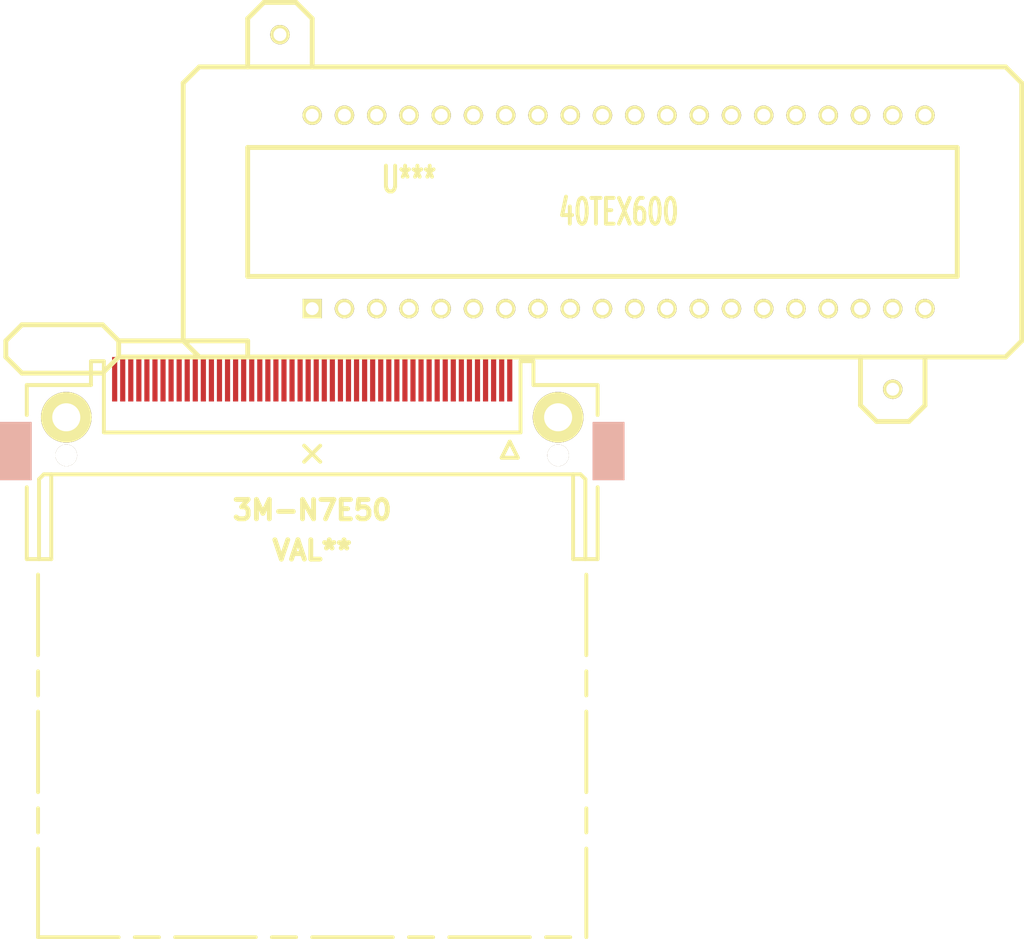
<source format=kicad_pcb>
(kicad_pcb (version 3) (host pcbnew "(2013-may-18)-stable")

  (general
    (links 0)
    (no_connects 0)
    (area 0 0 0 0)
    (thickness 1.6)
    (drawings 0)
    (tracks 0)
    (zones 0)
    (modules 2)
    (nets 1)
  )

  (page A3)
  (layers
    (15 F.Cu signal)
    (0 B.Cu signal)
    (16 B.Adhes user)
    (17 F.Adhes user)
    (18 B.Paste user)
    (19 F.Paste user)
    (20 B.SilkS user)
    (21 F.SilkS user)
    (22 B.Mask user)
    (23 F.Mask user)
    (24 Dwgs.User user)
    (25 Cmts.User user)
    (26 Eco1.User user)
    (27 Eco2.User user)
    (28 Edge.Cuts user)
  )

  (setup
    (last_trace_width 0.254)
    (trace_clearance 0.254)
    (zone_clearance 0.508)
    (zone_45_only no)
    (trace_min 0.254)
    (segment_width 0.2)
    (edge_width 0.1)
    (via_size 0.889)
    (via_drill 0.635)
    (via_min_size 0.889)
    (via_min_drill 0.508)
    (uvia_size 0.508)
    (uvia_drill 0.127)
    (uvias_allowed no)
    (uvia_min_size 0.508)
    (uvia_min_drill 0.127)
    (pcb_text_width 0.3)
    (pcb_text_size 1.5 1.5)
    (mod_edge_width 0.15)
    (mod_text_size 1 1)
    (mod_text_width 0.15)
    (pad_size 1.5 1.5)
    (pad_drill 0.6)
    (pad_to_mask_clearance 0)
    (aux_axis_origin 0 0)
    (visible_elements FFFFFFBF)
    (pcbplotparams
      (layerselection 3178497)
      (usegerberextensions true)
      (excludeedgelayer true)
      (linewidth 0.150000)
      (plotframeref false)
      (viasonmask false)
      (mode 1)
      (useauxorigin false)
      (hpglpennumber 1)
      (hpglpenspeed 20)
      (hpglpendiameter 15)
      (hpglpenoverlay 2)
      (psnegative false)
      (psa4output false)
      (plotreference true)
      (plotvalue true)
      (plotothertext true)
      (plotinvisibletext false)
      (padsonsilk false)
      (subtractmaskfromsilk false)
      (outputformat 1)
      (mirror false)
      (drillshape 1)
      (scaleselection 1)
      (outputdirectory ""))
  )

  (net 0 "")

  (net_class Default "This is the default net class."
    (clearance 0.254)
    (trace_width 0.254)
    (via_dia 0.889)
    (via_drill 0.635)
    (uvia_dia 0.508)
    (uvia_drill 0.127)
    (add_net "")
  )

  (module 3M-N7E50 (layer F.Cu) (tedit 200000) (tstamp 548B0733)
    (at 210.82 109.22)
    (descr "Connecteur PCMCIA + carte")
    (tags CONN)
    (fp_text reference 3M-N7E50 (at 0 4.445) (layer F.SilkS)
      (effects (font (size 1.524 1.524) (thickness 0.381)))
    )
    (fp_text value VAL** (at 0 7.62) (layer F.SilkS)
      (effects (font (size 1.524 1.524) (thickness 0.381)))
    )
    (fp_line (start 21.59 31.115) (end 21.59 38.1) (layer F.SilkS) (width 0.3048))
    (fp_line (start 21.59 27.94) (end 21.59 29.845) (layer F.SilkS) (width 0.3048))
    (fp_line (start 21.59 20.32) (end 21.59 26.67) (layer F.SilkS) (width 0.3048))
    (fp_line (start 21.59 17.145) (end 21.59 19.05) (layer F.SilkS) (width 0.3048))
    (fp_line (start 21.59 9.525) (end 21.59 15.875) (layer F.SilkS) (width 0.3048))
    (fp_line (start 18.415 38.1) (end 20.32 38.1) (layer F.SilkS) (width 0.3048))
    (fp_line (start 10.795 38.1) (end 17.145 38.1) (layer F.SilkS) (width 0.3048))
    (fp_line (start 7.62 38.1) (end 9.525 38.1) (layer F.SilkS) (width 0.3048))
    (fp_line (start 0 38.1) (end 6.35 38.1) (layer F.SilkS) (width 0.3048))
    (fp_line (start -3.175 38.1) (end -1.27 38.1) (layer F.SilkS) (width 0.3048))
    (fp_line (start -10.795 38.1) (end -4.445 38.1) (layer F.SilkS) (width 0.3048))
    (fp_line (start -13.97 38.1) (end -12.065 38.1) (layer F.SilkS) (width 0.3048))
    (fp_line (start -21.59 38.1) (end -15.24 38.1) (layer F.SilkS) (width 0.3048))
    (fp_line (start -21.59 31.115) (end -21.59 38.1) (layer F.SilkS) (width 0.3048))
    (fp_line (start -21.59 27.94) (end -21.59 29.845) (layer F.SilkS) (width 0.3048))
    (fp_line (start -21.59 20.32) (end -21.59 26.67) (layer F.SilkS) (width 0.3048))
    (fp_line (start -21.59 17.145) (end -21.59 19.05) (layer F.SilkS) (width 0.3048))
    (fp_line (start -21.59 9.525) (end -21.59 15.875) (layer F.SilkS) (width 0.3048))
    (fp_line (start 15.5575 -0.9525) (end 14.9225 0.3175) (layer F.SilkS) (width 0.3048))
    (fp_line (start 14.9225 0.3175) (end 16.1925 0.3175) (layer F.SilkS) (width 0.3048))
    (fp_line (start 16.1925 0.3175) (end 15.5575 -0.9525) (layer F.SilkS) (width 0.3048))
    (fp_line (start 0.635 -0.635) (end -0.635 0.635) (layer F.SilkS) (width 0.3048))
    (fp_line (start -0.635 -0.635) (end 0.635 0.635) (layer F.SilkS) (width 0.3048))
    (fp_line (start 21.5138 8.3058) (end 21.5138 2.0066) (layer F.SilkS) (width 0.3048))
    (fp_line (start 21.5138 2.0066) (end 21.1328 1.6256) (layer F.SilkS) (width 0.3048))
    (fp_line (start 21.1328 1.6256) (end 20.5486 1.6256) (layer F.SilkS) (width 0.3048))
    (fp_line (start -21.5138 8.3058) (end -21.5138 2.0066) (layer F.SilkS) (width 0.3048))
    (fp_line (start -21.5138 2.0066) (end -21.1328 1.6256) (layer F.SilkS) (width 0.3048))
    (fp_line (start -21.1328 1.6256) (end -20.5486 1.6256) (layer F.SilkS) (width 0.3048))
    (fp_line (start -22.479 2.6416) (end -22.479 8.3058) (layer F.SilkS) (width 0.3048))
    (fp_line (start -22.479 8.3058) (end -20.5486 8.3058) (layer F.SilkS) (width 0.3048))
    (fp_line (start -20.5486 8.3058) (end -20.5486 1.6256) (layer F.SilkS) (width 0.3048))
    (fp_line (start -20.5486 1.6256) (end 20.5486 1.6256) (layer F.SilkS) (width 0.3048))
    (fp_line (start 20.5486 1.6256) (end 20.5486 8.3058) (layer F.SilkS) (width 0.3048))
    (fp_line (start 20.5486 8.3058) (end 22.479 8.3058) (layer F.SilkS) (width 0.3048))
    (fp_line (start 22.479 8.3058) (end 22.479 2.6416) (layer F.SilkS) (width 0.3048))
    (fp_line (start -22.479 -3.048) (end -22.479 -5.4102) (layer F.SilkS) (width 0.3048))
    (fp_line (start -22.479 -5.4102) (end -17.4244 -5.4102) (layer F.SilkS) (width 0.3048))
    (fp_line (start -17.4244 -5.4102) (end -17.4244 -7.2898) (layer F.SilkS) (width 0.3048))
    (fp_line (start -17.4244 -7.2898) (end -16.4084 -7.2898) (layer F.SilkS) (width 0.3048))
    (fp_line (start -16.4084 -7.2898) (end -16.4084 -1.6764) (layer F.SilkS) (width 0.3048))
    (fp_line (start -16.4084 -1.6764) (end 16.4084 -1.6764) (layer F.SilkS) (width 0.3048))
    (fp_line (start 16.4084 -1.6764) (end 16.4084 -7.2898) (layer F.SilkS) (width 0.3048))
    (fp_line (start 16.4084 -7.2898) (end 17.4244 -7.2898) (layer F.SilkS) (width 0.3048))
    (fp_line (start 17.4244 -7.2898) (end 17.4244 -5.4102) (layer F.SilkS) (width 0.3048))
    (fp_line (start 17.4244 -5.4102) (end 22.479 -5.4102) (layer F.SilkS) (width 0.3048))
    (fp_line (start 22.479 -5.4102) (end 22.479 -3.048) (layer F.SilkS) (width 0.3048))
    (pad 1 smd rect (at 15.5575 -5.8674) (size 0.4064 3.5052)
      (layers F.Cu F.Paste F.Mask)
    )
    (pad 26 smd rect (at 14.9225 -5.8674) (size 0.4064 3.5052)
      (layers F.Cu F.Paste F.Mask)
    )
    (pad 2 smd rect (at 14.2875 -5.8674) (size 0.4064 3.5052)
      (layers F.Cu F.Paste F.Mask)
    )
    (pad 27 smd rect (at 13.6525 -5.8674) (size 0.4064 3.5052)
      (layers F.Cu F.Paste F.Mask)
    )
    (pad 3 smd rect (at 13.0175 -5.8674) (size 0.4064 3.5052)
      (layers F.Cu F.Paste F.Mask)
    )
    (pad 28 smd rect (at 12.3825 -5.8674) (size 0.4064 3.5052)
      (layers F.Cu F.Paste F.Mask)
    )
    (pad 4 smd rect (at 11.7475 -5.8674) (size 0.4064 3.5052)
      (layers F.Cu F.Paste F.Mask)
    )
    (pad 29 smd rect (at 11.1125 -5.8674) (size 0.4064 3.5052)
      (layers F.Cu F.Paste F.Mask)
    )
    (pad 5 smd rect (at 10.4775 -5.8674) (size 0.4064 3.5052)
      (layers F.Cu F.Paste F.Mask)
    )
    (pad 30 smd rect (at 9.8425 -5.8674) (size 0.4064 3.5052)
      (layers F.Cu F.Paste F.Mask)
    )
    (pad 6 smd rect (at 9.2075 -5.8674) (size 0.4064 3.5052)
      (layers F.Cu F.Paste F.Mask)
    )
    (pad 31 smd rect (at 8.5725 -5.8674) (size 0.4064 3.5052)
      (layers F.Cu F.Paste F.Mask)
    )
    (pad 7 smd rect (at 7.9375 -5.8674) (size 0.4064 3.5052)
      (layers F.Cu F.Paste F.Mask)
    )
    (pad 32 smd rect (at 7.3025 -5.8674) (size 0.4064 3.5052)
      (layers F.Cu F.Paste F.Mask)
    )
    (pad 8 smd rect (at 6.6675 -5.8674) (size 0.4064 3.5052)
      (layers F.Cu F.Paste F.Mask)
    )
    (pad 33 smd rect (at 6.0325 -5.8674) (size 0.4064 3.5052)
      (layers F.Cu F.Paste F.Mask)
    )
    (pad 9 smd rect (at 5.3975 -5.8674) (size 0.4064 3.5052)
      (layers F.Cu F.Paste F.Mask)
    )
    (pad 34 smd rect (at 4.7625 -5.8674) (size 0.4064 3.5052)
      (layers F.Cu F.Paste F.Mask)
    )
    (pad 10 smd rect (at 4.1275 -5.8674) (size 0.4064 3.5052)
      (layers F.Cu F.Paste F.Mask)
    )
    (pad 35 smd rect (at 3.4925 -5.8674) (size 0.4064 3.5052)
      (layers F.Cu F.Paste F.Mask)
    )
    (pad 11 smd rect (at 2.8575 -5.8674) (size 0.4064 3.5052)
      (layers F.Cu F.Paste F.Mask)
    )
    (pad 36 smd rect (at 2.2225 -5.8674) (size 0.4064 3.5052)
      (layers F.Cu F.Paste F.Mask)
    )
    (pad 12 smd rect (at 1.5875 -5.8674) (size 0.4064 3.5052)
      (layers F.Cu F.Paste F.Mask)
    )
    (pad 37 smd rect (at 0.9525 -5.8674) (size 0.4064 3.5052)
      (layers F.Cu F.Paste F.Mask)
    )
    (pad 13 smd rect (at 0.3175 -5.8674) (size 0.4064 3.5052)
      (layers F.Cu F.Paste F.Mask)
    )
    (pad 38 smd rect (at -0.3175 -5.8674) (size 0.4064 3.5052)
      (layers F.Cu F.Paste F.Mask)
    )
    (pad 14 smd rect (at -0.9525 -5.8674) (size 0.4064 3.5052)
      (layers F.Cu F.Paste F.Mask)
    )
    (pad 39 smd rect (at -1.5875 -5.8674) (size 0.4064 3.5052)
      (layers F.Cu F.Paste F.Mask)
    )
    (pad 15 smd rect (at -2.2225 -5.8674) (size 0.4064 3.5052)
      (layers F.Cu F.Paste F.Mask)
    )
    (pad 40 smd rect (at -2.8575 -5.8674) (size 0.4064 3.5052)
      (layers F.Cu F.Paste F.Mask)
    )
    (pad 16 smd rect (at -3.4925 -5.8674) (size 0.4064 3.5052)
      (layers F.Cu F.Paste F.Mask)
    )
    (pad 41 smd rect (at -4.1275 -5.8674) (size 0.4064 3.5052)
      (layers F.Cu F.Paste F.Mask)
    )
    (pad 17 smd rect (at -4.7625 -5.8674) (size 0.4064 3.5052)
      (layers F.Cu F.Paste F.Mask)
    )
    (pad 42 smd rect (at -5.3975 -5.8674) (size 0.4064 3.5052)
      (layers F.Cu F.Paste F.Mask)
    )
    (pad 18 smd rect (at -6.0325 -5.8674) (size 0.4064 3.5052)
      (layers F.Cu F.Paste F.Mask)
    )
    (pad 43 smd rect (at -6.6675 -5.8674) (size 0.4064 3.5052)
      (layers F.Cu F.Paste F.Mask)
    )
    (pad 19 smd rect (at -7.3025 -5.8674) (size 0.4064 3.5052)
      (layers F.Cu F.Paste F.Mask)
    )
    (pad 44 smd rect (at -7.9375 -5.8674) (size 0.4064 3.5052)
      (layers F.Cu F.Paste F.Mask)
    )
    (pad 20 smd rect (at -8.5725 -5.8674) (size 0.4064 3.5052)
      (layers F.Cu F.Paste F.Mask)
    )
    (pad 45 smd rect (at -9.2075 -5.8674) (size 0.4064 3.5052)
      (layers F.Cu F.Paste F.Mask)
    )
    (pad 21 smd rect (at -9.8425 -5.8674) (size 0.4064 3.5052)
      (layers F.Cu F.Paste F.Mask)
    )
    (pad 46 smd rect (at -10.4775 -5.8674) (size 0.4064 3.5052)
      (layers F.Cu F.Paste F.Mask)
    )
    (pad 22 smd rect (at -11.1125 -5.8674) (size 0.4064 3.5052)
      (layers F.Cu F.Paste F.Mask)
    )
    (pad 47 smd rect (at -11.7475 -5.8674) (size 0.4064 3.5052)
      (layers F.Cu F.Paste F.Mask)
    )
    (pad 23 smd rect (at -12.3825 -5.8674) (size 0.4064 3.5052)
      (layers F.Cu F.Paste F.Mask)
    )
    (pad 48 smd rect (at -13.0175 -5.8674) (size 0.4064 3.5052)
      (layers F.Cu F.Paste F.Mask)
    )
    (pad 24 smd rect (at -13.6525 -5.8674) (size 0.4064 3.5052)
      (layers F.Cu F.Paste F.Mask)
    )
    (pad 49 smd rect (at -14.2875 -5.8674) (size 0.4064 3.5052)
      (layers F.Cu F.Paste F.Mask)
    )
    (pad 25 smd rect (at -14.9225 -5.8674) (size 0.4064 3.5052)
      (layers F.Cu F.Paste F.Mask)
    )
    (pad 50 smd rect (at -15.5575 -5.8674) (size 0.4064 3.5052)
      (layers F.Cu F.Paste F.Mask)
    )
    (pad "" thru_hole circle (at -19.3675 -2.8702) (size 3.9878 3.9878) (drill 2.2098)
      (layers *.Cu *.Mask F.SilkS)
    )
    (pad "" thru_hole circle (at 19.3675 -2.8702) (size 3.9878 3.9878) (drill 2.2098)
      (layers *.Cu *.Mask F.SilkS)
    )
    (pad "" thru_hole circle (at -19.3675 0.127) (size 1.7018 1.7018) (drill 1.7018)
      (layers *.Cu *.Mask F.SilkS)
    )
    (pad "" thru_hole circle (at 19.3675 0.127) (size 1.7018 1.7018) (drill 1.7018)
      (layers *.Cu *.Mask F.SilkS)
    )
    (pad "" smd rect (at 23.3426 -0.2032) (size 2.4892 4.572)
      (layers F.Cu F.Paste B.SilkS F.Mask)
    )
    (pad "" smd rect (at -23.3426 -0.2032) (size 2.4892 4.572)
      (layers F.Cu F.Paste B.SilkS F.Mask)
    )
  )

  (module 40tex600 (layer F.Cu) (tedit 200000) (tstamp 548B64F4)
    (at 234.95 90.17)
    (descr "Support TEXTOOL Dil 40 pins, pads ronds, e=600 mils")
    (tags DEV)
    (fp_text reference U*** (at -16.51 -2.54) (layer F.SilkS)
      (effects (font (size 2.032 1.27) (thickness 0.3048)))
    )
    (fp_text value 40TEX600 (at 0 0) (layer F.SilkS)
      (effects (font (size 2.032 1.27) (thickness 0.3048)))
    )
    (fp_line (start -29.21 -5.08) (end 26.67 -5.08) (layer F.SilkS) (width 0.381))
    (fp_line (start 26.67 -5.08) (end 26.67 5.08) (layer F.SilkS) (width 0.381))
    (fp_line (start 26.67 5.08) (end -29.21 5.08) (layer F.SilkS) (width 0.381))
    (fp_line (start -29.21 5.08) (end -29.21 -5.08) (layer F.SilkS) (width 0.381))
    (fp_line (start -24.13 -11.43) (end -24.13 -15.24) (layer F.SilkS) (width 0.381))
    (fp_line (start -24.13 -15.24) (end -25.4 -16.51) (layer F.SilkS) (width 0.381))
    (fp_line (start -25.4 -16.51) (end -27.94 -16.51) (layer F.SilkS) (width 0.381))
    (fp_line (start -27.94 -16.51) (end -29.21 -15.24) (layer F.SilkS) (width 0.381))
    (fp_line (start -29.21 -15.24) (end -29.21 -11.43) (layer F.SilkS) (width 0.381))
    (fp_line (start 24.13 11.43) (end 24.13 15.24) (layer F.SilkS) (width 0.381))
    (fp_line (start 24.13 15.24) (end 22.86 16.51) (layer F.SilkS) (width 0.381))
    (fp_line (start 22.86 16.51) (end 20.32 16.51) (layer F.SilkS) (width 0.381))
    (fp_line (start 20.32 16.51) (end 19.05 15.24) (layer F.SilkS) (width 0.381))
    (fp_line (start 19.05 15.24) (end 19.05 11.43) (layer F.SilkS) (width 0.381))
    (fp_line (start -29.21 10.16) (end -29.21 11.43) (layer F.SilkS) (width 0.381))
    (fp_line (start -48.26 10.16) (end -48.26 11.43) (layer F.SilkS) (width 0.381))
    (fp_line (start -48.26 11.43) (end -46.99 12.7) (layer F.SilkS) (width 0.381))
    (fp_line (start -46.99 12.7) (end -40.64 12.7) (layer F.SilkS) (width 0.381))
    (fp_line (start -40.64 12.7) (end -39.37 11.43) (layer F.SilkS) (width 0.381))
    (fp_line (start -39.37 11.43) (end -39.37 10.16) (layer F.SilkS) (width 0.381))
    (fp_line (start -39.37 10.16) (end -29.21 10.16) (layer F.SilkS) (width 0.381))
    (fp_line (start -39.37 11.43) (end -33.02 11.43) (layer F.SilkS) (width 0.381))
    (fp_line (start -39.37 10.16) (end -40.64 8.89) (layer F.SilkS) (width 0.381))
    (fp_line (start -40.64 8.89) (end -46.99 8.89) (layer F.SilkS) (width 0.381))
    (fp_line (start -46.99 8.89) (end -48.26 10.16) (layer F.SilkS) (width 0.381))
    (fp_line (start -33.02 -11.43) (end 30.48 -11.43) (layer F.SilkS) (width 0.381))
    (fp_line (start 30.48 -11.43) (end 31.75 -10.16) (layer F.SilkS) (width 0.381))
    (fp_line (start 31.75 -10.16) (end 31.75 10.16) (layer F.SilkS) (width 0.381))
    (fp_line (start 31.75 10.16) (end 30.48 11.43) (layer F.SilkS) (width 0.381))
    (fp_line (start 30.48 11.43) (end -33.02 11.43) (layer F.SilkS) (width 0.381))
    (fp_line (start -33.02 11.43) (end -34.29 10.16) (layer F.SilkS) (width 0.381))
    (fp_line (start -34.29 10.16) (end -34.29 -10.16) (layer F.SilkS) (width 0.381))
    (fp_line (start -34.29 -10.16) (end -33.02 -11.43) (layer F.SilkS) (width 0.381))
    (pad 1 thru_hole rect (at -24.13 7.62) (size 1.524 1.524) (drill 1.016)
      (layers *.Cu *.Mask F.SilkS)
    )
    (pad 2 thru_hole circle (at -21.59 7.62) (size 1.524 1.524) (drill 1.016)
      (layers *.Cu *.Mask F.SilkS)
    )
    (pad 3 thru_hole circle (at -19.05 7.62) (size 1.524 1.524) (drill 1.016)
      (layers *.Cu *.Mask F.SilkS)
    )
    (pad 4 thru_hole circle (at -16.51 7.62) (size 1.524 1.524) (drill 1.016)
      (layers *.Cu *.Mask F.SilkS)
    )
    (pad 5 thru_hole circle (at -13.97 7.62) (size 1.524 1.524) (drill 1.016)
      (layers *.Cu *.Mask F.SilkS)
    )
    (pad 6 thru_hole circle (at -11.43 7.62) (size 1.524 1.524) (drill 1.016)
      (layers *.Cu *.Mask F.SilkS)
    )
    (pad 7 thru_hole circle (at -8.89 7.62) (size 1.524 1.524) (drill 1.016)
      (layers *.Cu *.Mask F.SilkS)
    )
    (pad 8 thru_hole circle (at -6.35 7.62) (size 1.524 1.524) (drill 1.016)
      (layers *.Cu *.Mask F.SilkS)
    )
    (pad 9 thru_hole circle (at -3.81 7.62) (size 1.524 1.524) (drill 1.016)
      (layers *.Cu *.Mask F.SilkS)
    )
    (pad 10 thru_hole circle (at -1.27 7.62) (size 1.524 1.524) (drill 1.016)
      (layers *.Cu *.Mask F.SilkS)
    )
    (pad 11 thru_hole circle (at 1.27 7.62) (size 1.524 1.524) (drill 1.016)
      (layers *.Cu *.Mask F.SilkS)
    )
    (pad 12 thru_hole circle (at 3.81 7.62) (size 1.524 1.524) (drill 1.016)
      (layers *.Cu *.Mask F.SilkS)
    )
    (pad 13 thru_hole circle (at 6.35 7.62) (size 1.524 1.524) (drill 1.016)
      (layers *.Cu *.Mask F.SilkS)
    )
    (pad 14 thru_hole circle (at 8.89 7.62) (size 1.524 1.524) (drill 1.016)
      (layers *.Cu *.Mask F.SilkS)
    )
    (pad 15 thru_hole circle (at 11.43 7.62) (size 1.524 1.524) (drill 1.016)
      (layers *.Cu *.Mask F.SilkS)
    )
    (pad 16 thru_hole circle (at 13.97 7.62) (size 1.524 1.524) (drill 1.016)
      (layers *.Cu *.Mask F.SilkS)
    )
    (pad 17 thru_hole circle (at 16.51 7.62) (size 1.524 1.524) (drill 1.016)
      (layers *.Cu *.Mask F.SilkS)
    )
    (pad 18 thru_hole circle (at 19.05 7.62) (size 1.524 1.524) (drill 1.016)
      (layers *.Cu *.Mask F.SilkS)
    )
    (pad 19 thru_hole circle (at 21.59 7.62) (size 1.524 1.524) (drill 1.016)
      (layers *.Cu *.Mask F.SilkS)
    )
    (pad 20 thru_hole circle (at 24.13 7.62) (size 1.524 1.524) (drill 1.016)
      (layers *.Cu *.Mask F.SilkS)
    )
    (pad 21 thru_hole circle (at 24.13 -7.62) (size 1.524 1.524) (drill 1.016)
      (layers *.Cu *.Mask F.SilkS)
    )
    (pad 22 thru_hole circle (at 21.59 -7.62) (size 1.524 1.524) (drill 1.016)
      (layers *.Cu *.Mask F.SilkS)
    )
    (pad 23 thru_hole circle (at 19.05 -7.62) (size 1.524 1.524) (drill 1.016)
      (layers *.Cu *.Mask F.SilkS)
    )
    (pad 24 thru_hole circle (at 16.51 -7.62) (size 1.524 1.524) (drill 1.016)
      (layers *.Cu *.Mask F.SilkS)
    )
    (pad 25 thru_hole circle (at 13.97 -7.62) (size 1.524 1.524) (drill 1.016)
      (layers *.Cu *.Mask F.SilkS)
    )
    (pad 26 thru_hole circle (at 11.43 -7.62) (size 1.524 1.524) (drill 1.016)
      (layers *.Cu *.Mask F.SilkS)
    )
    (pad 27 thru_hole circle (at 8.89 -7.62) (size 1.524 1.524) (drill 1.016)
      (layers *.Cu *.Mask F.SilkS)
    )
    (pad 28 thru_hole circle (at 6.35 -7.62) (size 1.524 1.524) (drill 1.016)
      (layers *.Cu *.Mask F.SilkS)
    )
    (pad 29 thru_hole circle (at 3.81 -7.62) (size 1.524 1.524) (drill 1.016)
      (layers *.Cu *.Mask F.SilkS)
    )
    (pad 30 thru_hole circle (at 1.27 -7.62) (size 1.524 1.524) (drill 1.016)
      (layers *.Cu *.Mask F.SilkS)
    )
    (pad 31 thru_hole circle (at -1.27 -7.62) (size 1.524 1.524) (drill 1.016)
      (layers *.Cu *.Mask F.SilkS)
    )
    (pad 32 thru_hole circle (at -3.81 -7.62) (size 1.524 1.524) (drill 1.016)
      (layers *.Cu *.Mask F.SilkS)
    )
    (pad 33 thru_hole circle (at -6.35 -7.62) (size 1.524 1.524) (drill 1.016)
      (layers *.Cu *.Mask F.SilkS)
    )
    (pad 34 thru_hole circle (at -8.89 -7.62) (size 1.524 1.524) (drill 1.016)
      (layers *.Cu *.Mask F.SilkS)
    )
    (pad 35 thru_hole circle (at -11.43 -7.62) (size 1.524 1.524) (drill 1.016)
      (layers *.Cu *.Mask F.SilkS)
    )
    (pad 36 thru_hole circle (at -13.97 -7.62) (size 1.524 1.524) (drill 1.016)
      (layers *.Cu *.Mask F.SilkS)
    )
    (pad 37 thru_hole circle (at -16.51 -7.62) (size 1.524 1.524) (drill 1.016)
      (layers *.Cu *.Mask F.SilkS)
    )
    (pad 38 thru_hole circle (at -19.05 -7.62) (size 1.524 1.524) (drill 1.016)
      (layers *.Cu *.Mask F.SilkS)
    )
    (pad 39 thru_hole circle (at -21.59 -7.62) (size 1.524 1.524) (drill 1.016)
      (layers *.Cu *.Mask F.SilkS)
    )
    (pad 40 thru_hole circle (at -24.13 -7.62) (size 1.524 1.524) (drill 1.016)
      (layers *.Cu *.Mask F.SilkS)
    )
    (pad HOLE thru_hole circle (at -26.67 -13.97) (size 1.524 1.524) (drill 1.016)
      (layers *.Cu *.Mask F.SilkS)
    )
    (pad HOLE thru_hole circle (at 21.59 13.97) (size 1.524 1.524) (drill 1.016)
      (layers *.Cu *.Mask F.SilkS)
    )
    (model dil/textool_40.wrl
      (at (xyz 0 0 0))
      (scale (xyz 1 1 1))
      (rotate (xyz 0 0 0))
    )
  )

)

</source>
